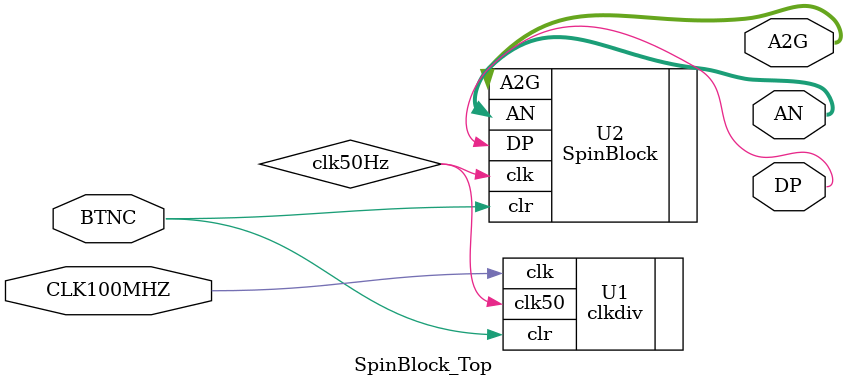
<source format=sv>
module SpinBlock_Top(
    input  logic CLK100MHZ,
    input  logic BTNC,
    output logic [6:0] A2G,     // ¶Î a µ½ g
    output logic [7:0] AN,      // ¸÷¸öÊýÂë¹ÜµÄÊ¹ÄÜÐÅºÅ
    output logic DP             // Ð¡Êýµã
    );
    
    logic clk50Hz;
    
    clkdiv  U1(.clk(CLK100MHZ), .clr(BTNC), .clk50(clk50Hz));
    SpinBlock U2(.clk(clk50Hz), .clr(BTNC), .A2G(A2G), .AN(AN), .DP(DP));
endmodule
</source>
